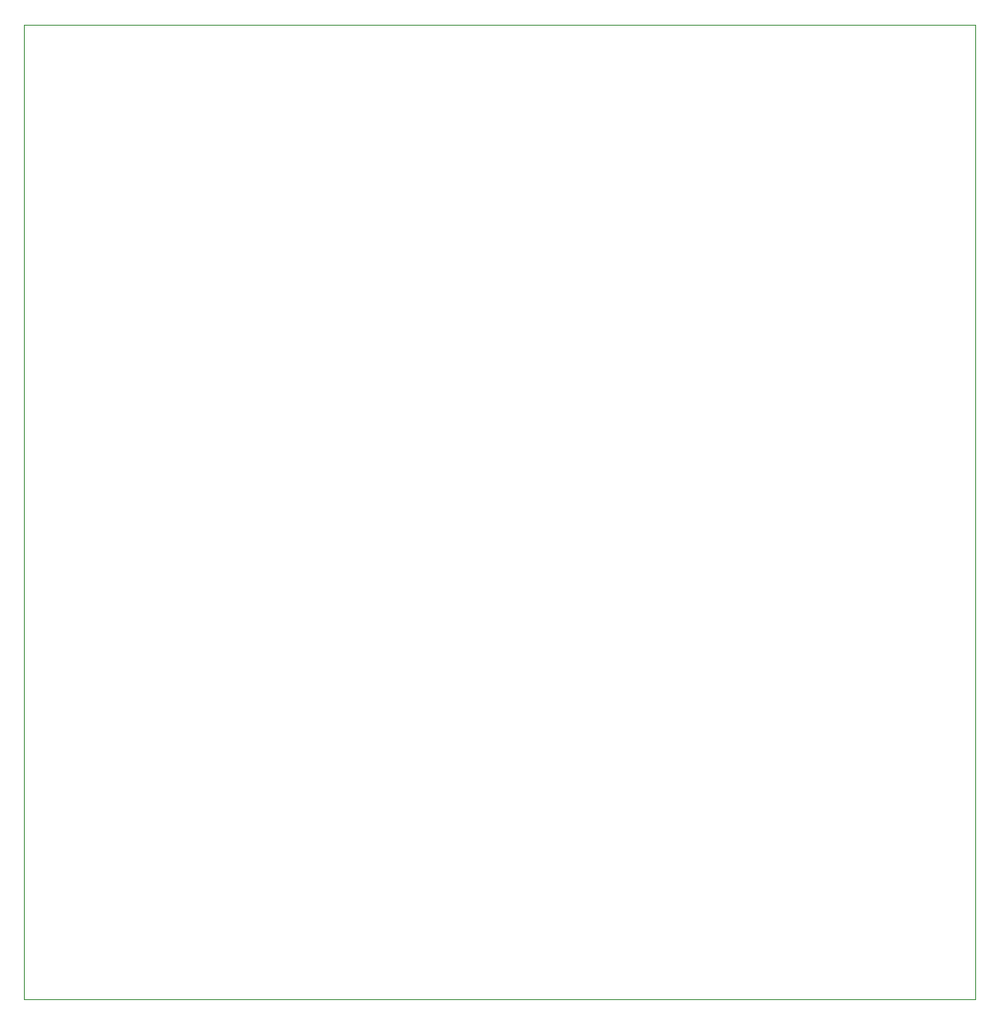
<source format=gm1>
G04 Layer_Color=16711935*
%FSLAX25Y25*%
%MOIN*%
G70*
G01*
G75*
%ADD61C,0.00394*%
D61*
X-14Y379841D02*
X371281D01*
X-14Y-38D02*
X371281D01*
X-14Y185965D02*
X-14Y379841D01*
X-14Y-38D02*
X-14Y185965D01*
X371281D02*
Y379841D01*
X371281Y-38D02*
Y185965D01*
M02*

</source>
